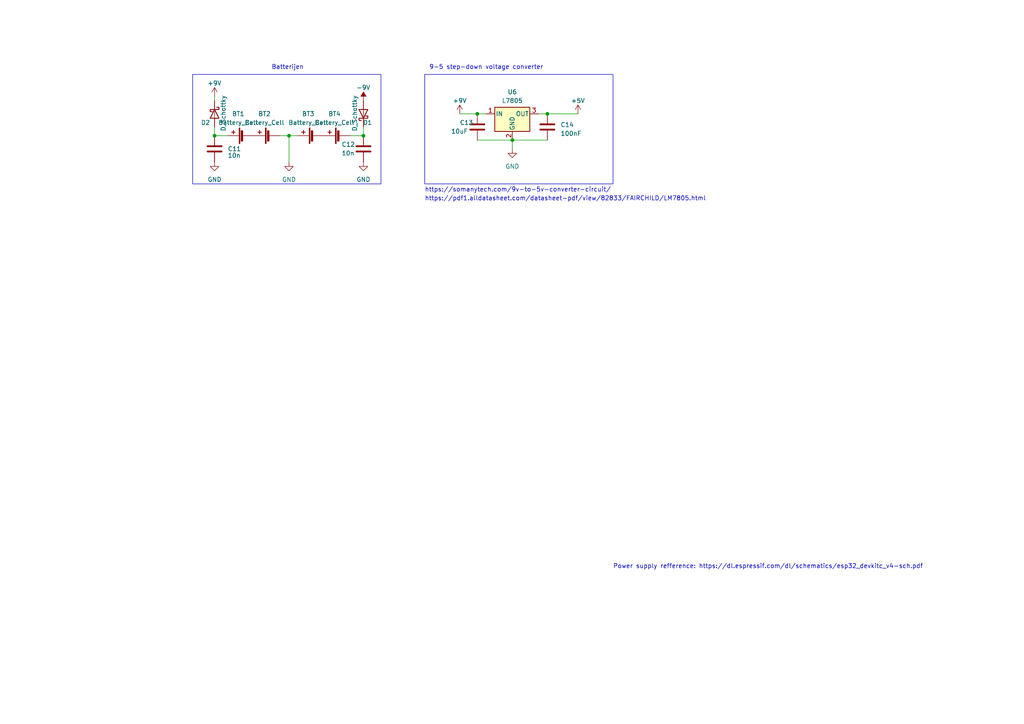
<source format=kicad_sch>
(kicad_sch (version 20230121) (generator eeschema)

  (uuid f52c18c8-a3da-4833-8a79-ed6d53b4b384)

  (paper "A4")

  (lib_symbols
    (symbol "Device:Battery_Cell" (pin_numbers hide) (pin_names (offset 0) hide) (in_bom yes) (on_board yes)
      (property "Reference" "BT" (at 2.54 2.54 0)
        (effects (font (size 1.27 1.27)) (justify left))
      )
      (property "Value" "Battery_Cell" (at 2.54 0 0)
        (effects (font (size 1.27 1.27)) (justify left))
      )
      (property "Footprint" "" (at 0 1.524 90)
        (effects (font (size 1.27 1.27)) hide)
      )
      (property "Datasheet" "~" (at 0 1.524 90)
        (effects (font (size 1.27 1.27)) hide)
      )
      (property "ki_keywords" "battery cell" (at 0 0 0)
        (effects (font (size 1.27 1.27)) hide)
      )
      (property "ki_description" "Single-cell battery" (at 0 0 0)
        (effects (font (size 1.27 1.27)) hide)
      )
      (symbol "Battery_Cell_0_1"
        (rectangle (start -2.286 1.778) (end 2.286 1.524)
          (stroke (width 0) (type default))
          (fill (type outline))
        )
        (rectangle (start -1.5748 1.1938) (end 1.4732 0.6858)
          (stroke (width 0) (type default))
          (fill (type outline))
        )
        (polyline
          (pts
            (xy 0 0.762)
            (xy 0 0)
          )
          (stroke (width 0) (type default))
          (fill (type none))
        )
        (polyline
          (pts
            (xy 0 1.778)
            (xy 0 2.54)
          )
          (stroke (width 0) (type default))
          (fill (type none))
        )
        (polyline
          (pts
            (xy 0.508 3.429)
            (xy 1.524 3.429)
          )
          (stroke (width 0.254) (type default))
          (fill (type none))
        )
        (polyline
          (pts
            (xy 1.016 3.937)
            (xy 1.016 2.921)
          )
          (stroke (width 0.254) (type default))
          (fill (type none))
        )
      )
      (symbol "Battery_Cell_1_1"
        (pin passive line (at 0 5.08 270) (length 2.54)
          (name "+" (effects (font (size 1.27 1.27))))
          (number "1" (effects (font (size 1.27 1.27))))
        )
        (pin passive line (at 0 -2.54 90) (length 2.54)
          (name "-" (effects (font (size 1.27 1.27))))
          (number "2" (effects (font (size 1.27 1.27))))
        )
      )
    )
    (symbol "Device:C" (pin_numbers hide) (pin_names (offset 0.254)) (in_bom yes) (on_board yes)
      (property "Reference" "C" (at 0.635 2.54 0)
        (effects (font (size 1.27 1.27)) (justify left))
      )
      (property "Value" "C" (at 0.635 -2.54 0)
        (effects (font (size 1.27 1.27)) (justify left))
      )
      (property "Footprint" "" (at 0.9652 -3.81 0)
        (effects (font (size 1.27 1.27)) hide)
      )
      (property "Datasheet" "~" (at 0 0 0)
        (effects (font (size 1.27 1.27)) hide)
      )
      (property "ki_keywords" "cap capacitor" (at 0 0 0)
        (effects (font (size 1.27 1.27)) hide)
      )
      (property "ki_description" "Unpolarized capacitor" (at 0 0 0)
        (effects (font (size 1.27 1.27)) hide)
      )
      (property "ki_fp_filters" "C_*" (at 0 0 0)
        (effects (font (size 1.27 1.27)) hide)
      )
      (symbol "C_0_1"
        (polyline
          (pts
            (xy -2.032 -0.762)
            (xy 2.032 -0.762)
          )
          (stroke (width 0.508) (type default))
          (fill (type none))
        )
        (polyline
          (pts
            (xy -2.032 0.762)
            (xy 2.032 0.762)
          )
          (stroke (width 0.508) (type default))
          (fill (type none))
        )
      )
      (symbol "C_1_1"
        (pin passive line (at 0 3.81 270) (length 2.794)
          (name "~" (effects (font (size 1.27 1.27))))
          (number "1" (effects (font (size 1.27 1.27))))
        )
        (pin passive line (at 0 -3.81 90) (length 2.794)
          (name "~" (effects (font (size 1.27 1.27))))
          (number "2" (effects (font (size 1.27 1.27))))
        )
      )
    )
    (symbol "Device:D_Schottky" (pin_numbers hide) (pin_names (offset 1.016) hide) (in_bom yes) (on_board yes)
      (property "Reference" "D" (at 0 2.54 0)
        (effects (font (size 1.27 1.27)))
      )
      (property "Value" "D_Schottky" (at 0 -2.54 0)
        (effects (font (size 1.27 1.27)))
      )
      (property "Footprint" "" (at 0 0 0)
        (effects (font (size 1.27 1.27)) hide)
      )
      (property "Datasheet" "~" (at 0 0 0)
        (effects (font (size 1.27 1.27)) hide)
      )
      (property "ki_keywords" "diode Schottky" (at 0 0 0)
        (effects (font (size 1.27 1.27)) hide)
      )
      (property "ki_description" "Schottky diode" (at 0 0 0)
        (effects (font (size 1.27 1.27)) hide)
      )
      (property "ki_fp_filters" "TO-???* *_Diode_* *SingleDiode* D_*" (at 0 0 0)
        (effects (font (size 1.27 1.27)) hide)
      )
      (symbol "D_Schottky_0_1"
        (polyline
          (pts
            (xy 1.27 0)
            (xy -1.27 0)
          )
          (stroke (width 0) (type default))
          (fill (type none))
        )
        (polyline
          (pts
            (xy 1.27 1.27)
            (xy 1.27 -1.27)
            (xy -1.27 0)
            (xy 1.27 1.27)
          )
          (stroke (width 0.254) (type default))
          (fill (type none))
        )
        (polyline
          (pts
            (xy -1.905 0.635)
            (xy -1.905 1.27)
            (xy -1.27 1.27)
            (xy -1.27 -1.27)
            (xy -0.635 -1.27)
            (xy -0.635 -0.635)
          )
          (stroke (width 0.254) (type default))
          (fill (type none))
        )
      )
      (symbol "D_Schottky_1_1"
        (pin passive line (at -3.81 0 0) (length 2.54)
          (name "K" (effects (font (size 1.27 1.27))))
          (number "1" (effects (font (size 1.27 1.27))))
        )
        (pin passive line (at 3.81 0 180) (length 2.54)
          (name "A" (effects (font (size 1.27 1.27))))
          (number "2" (effects (font (size 1.27 1.27))))
        )
      )
    )
    (symbol "Regulator_Linear:L7805" (pin_names (offset 0.254)) (in_bom yes) (on_board yes)
      (property "Reference" "U" (at -3.81 3.175 0)
        (effects (font (size 1.27 1.27)))
      )
      (property "Value" "L7805" (at 0 3.175 0)
        (effects (font (size 1.27 1.27)) (justify left))
      )
      (property "Footprint" "" (at 0.635 -3.81 0)
        (effects (font (size 1.27 1.27) italic) (justify left) hide)
      )
      (property "Datasheet" "http://www.st.com/content/ccc/resource/technical/document/datasheet/41/4f/b3/b0/12/d4/47/88/CD00000444.pdf/files/CD00000444.pdf/jcr:content/translations/en.CD00000444.pdf" (at 0 -1.27 0)
        (effects (font (size 1.27 1.27)) hide)
      )
      (property "ki_keywords" "Voltage Regulator 1.5A Positive" (at 0 0 0)
        (effects (font (size 1.27 1.27)) hide)
      )
      (property "ki_description" "Positive 1.5A 35V Linear Regulator, Fixed Output 5V, TO-220/TO-263/TO-252" (at 0 0 0)
        (effects (font (size 1.27 1.27)) hide)
      )
      (property "ki_fp_filters" "TO?252* TO?263* TO?220*" (at 0 0 0)
        (effects (font (size 1.27 1.27)) hide)
      )
      (symbol "L7805_0_1"
        (rectangle (start -5.08 1.905) (end 5.08 -5.08)
          (stroke (width 0.254) (type default))
          (fill (type background))
        )
      )
      (symbol "L7805_1_1"
        (pin power_in line (at -7.62 0 0) (length 2.54)
          (name "IN" (effects (font (size 1.27 1.27))))
          (number "1" (effects (font (size 1.27 1.27))))
        )
        (pin power_in line (at 0 -7.62 90) (length 2.54)
          (name "GND" (effects (font (size 1.27 1.27))))
          (number "2" (effects (font (size 1.27 1.27))))
        )
        (pin power_out line (at 7.62 0 180) (length 2.54)
          (name "OUT" (effects (font (size 1.27 1.27))))
          (number "3" (effects (font (size 1.27 1.27))))
        )
      )
    )
    (symbol "power:+5V" (power) (pin_names (offset 0)) (in_bom yes) (on_board yes)
      (property "Reference" "#PWR" (at 0 -3.81 0)
        (effects (font (size 1.27 1.27)) hide)
      )
      (property "Value" "+5V" (at 0 3.556 0)
        (effects (font (size 1.27 1.27)))
      )
      (property "Footprint" "" (at 0 0 0)
        (effects (font (size 1.27 1.27)) hide)
      )
      (property "Datasheet" "" (at 0 0 0)
        (effects (font (size 1.27 1.27)) hide)
      )
      (property "ki_keywords" "global power" (at 0 0 0)
        (effects (font (size 1.27 1.27)) hide)
      )
      (property "ki_description" "Power symbol creates a global label with name \"+5V\"" (at 0 0 0)
        (effects (font (size 1.27 1.27)) hide)
      )
      (symbol "+5V_0_1"
        (polyline
          (pts
            (xy -0.762 1.27)
            (xy 0 2.54)
          )
          (stroke (width 0) (type default))
          (fill (type none))
        )
        (polyline
          (pts
            (xy 0 0)
            (xy 0 2.54)
          )
          (stroke (width 0) (type default))
          (fill (type none))
        )
        (polyline
          (pts
            (xy 0 2.54)
            (xy 0.762 1.27)
          )
          (stroke (width 0) (type default))
          (fill (type none))
        )
      )
      (symbol "+5V_1_1"
        (pin power_in line (at 0 0 90) (length 0) hide
          (name "+5V" (effects (font (size 1.27 1.27))))
          (number "1" (effects (font (size 1.27 1.27))))
        )
      )
    )
    (symbol "power:+9V" (power) (pin_names (offset 0)) (in_bom yes) (on_board yes)
      (property "Reference" "#PWR" (at 0 -3.81 0)
        (effects (font (size 1.27 1.27)) hide)
      )
      (property "Value" "+9V" (at 0 3.556 0)
        (effects (font (size 1.27 1.27)))
      )
      (property "Footprint" "" (at 0 0 0)
        (effects (font (size 1.27 1.27)) hide)
      )
      (property "Datasheet" "" (at 0 0 0)
        (effects (font (size 1.27 1.27)) hide)
      )
      (property "ki_keywords" "global power" (at 0 0 0)
        (effects (font (size 1.27 1.27)) hide)
      )
      (property "ki_description" "Power symbol creates a global label with name \"+9V\"" (at 0 0 0)
        (effects (font (size 1.27 1.27)) hide)
      )
      (symbol "+9V_0_1"
        (polyline
          (pts
            (xy -0.762 1.27)
            (xy 0 2.54)
          )
          (stroke (width 0) (type default))
          (fill (type none))
        )
        (polyline
          (pts
            (xy 0 0)
            (xy 0 2.54)
          )
          (stroke (width 0) (type default))
          (fill (type none))
        )
        (polyline
          (pts
            (xy 0 2.54)
            (xy 0.762 1.27)
          )
          (stroke (width 0) (type default))
          (fill (type none))
        )
      )
      (symbol "+9V_1_1"
        (pin power_in line (at 0 0 90) (length 0) hide
          (name "+9V" (effects (font (size 1.27 1.27))))
          (number "1" (effects (font (size 1.27 1.27))))
        )
      )
    )
    (symbol "power:-9V" (power) (pin_names (offset 0)) (in_bom yes) (on_board yes)
      (property "Reference" "#PWR" (at 0 -3.175 0)
        (effects (font (size 1.27 1.27)) hide)
      )
      (property "Value" "-9V" (at 0 3.81 0)
        (effects (font (size 1.27 1.27)))
      )
      (property "Footprint" "" (at 0 0 0)
        (effects (font (size 1.27 1.27)) hide)
      )
      (property "Datasheet" "" (at 0 0 0)
        (effects (font (size 1.27 1.27)) hide)
      )
      (property "ki_keywords" "global power" (at 0 0 0)
        (effects (font (size 1.27 1.27)) hide)
      )
      (property "ki_description" "Power symbol creates a global label with name \"-9V\"" (at 0 0 0)
        (effects (font (size 1.27 1.27)) hide)
      )
      (symbol "-9V_0_1"
        (polyline
          (pts
            (xy 0 0)
            (xy 0 2.54)
          )
          (stroke (width 0) (type default))
          (fill (type none))
        )
        (polyline
          (pts
            (xy 0.762 1.27)
            (xy -0.762 1.27)
            (xy 0 2.54)
            (xy 0.762 1.27)
          )
          (stroke (width 0) (type default))
          (fill (type outline))
        )
      )
      (symbol "-9V_1_1"
        (pin power_in line (at 0 0 90) (length 0) hide
          (name "-9V" (effects (font (size 1.27 1.27))))
          (number "1" (effects (font (size 1.27 1.27))))
        )
      )
    )
    (symbol "power:GND" (power) (pin_names (offset 0)) (in_bom yes) (on_board yes)
      (property "Reference" "#PWR" (at 0 -6.35 0)
        (effects (font (size 1.27 1.27)) hide)
      )
      (property "Value" "GND" (at 0 -3.81 0)
        (effects (font (size 1.27 1.27)))
      )
      (property "Footprint" "" (at 0 0 0)
        (effects (font (size 1.27 1.27)) hide)
      )
      (property "Datasheet" "" (at 0 0 0)
        (effects (font (size 1.27 1.27)) hide)
      )
      (property "ki_keywords" "global power" (at 0 0 0)
        (effects (font (size 1.27 1.27)) hide)
      )
      (property "ki_description" "Power symbol creates a global label with name \"GND\" , ground" (at 0 0 0)
        (effects (font (size 1.27 1.27)) hide)
      )
      (symbol "GND_0_1"
        (polyline
          (pts
            (xy 0 0)
            (xy 0 -1.27)
            (xy 1.27 -1.27)
            (xy 0 -2.54)
            (xy -1.27 -1.27)
            (xy 0 -1.27)
          )
          (stroke (width 0) (type default))
          (fill (type none))
        )
      )
      (symbol "GND_1_1"
        (pin power_in line (at 0 0 270) (length 0) hide
          (name "GND" (effects (font (size 1.27 1.27))))
          (number "1" (effects (font (size 1.27 1.27))))
        )
      )
    )
  )

  (junction (at 83.82 39.37) (diameter 0) (color 0 0 0 0)
    (uuid 0bb58f5f-db06-441e-b477-d94c1e32f8a0)
  )
  (junction (at 62.23 39.37) (diameter 0) (color 0 0 0 0)
    (uuid 1692e37a-92aa-4504-abb6-fe662e102f24)
  )
  (junction (at 105.41 39.37) (diameter 0) (color 0 0 0 0)
    (uuid 55f78bb3-f780-414f-a326-c00bb0a875fd)
  )
  (junction (at 148.59 40.64) (diameter 0) (color 0 0 0 0)
    (uuid 9b63343a-ec9a-4be8-98fe-8e0920909091)
  )
  (junction (at 138.43 33.02) (diameter 0) (color 0 0 0 0)
    (uuid b4daf82b-f1a0-46f2-9aa4-cff937498017)
  )
  (junction (at 158.75 33.02) (diameter 0) (color 0 0 0 0)
    (uuid e5d05358-3d3b-4320-93b1-956e3a25d973)
  )

  (wire (pts (xy 133.35 33.02) (xy 138.43 33.02))
    (stroke (width 0) (type default))
    (uuid 2137d944-5f48-48c0-a0df-db730db261fd)
  )
  (wire (pts (xy 138.43 33.02) (xy 140.97 33.02))
    (stroke (width 0) (type default))
    (uuid 22467605-5de6-423c-bf44-1f1c58f691a4)
  )
  (wire (pts (xy 105.41 39.37) (xy 105.41 36.83))
    (stroke (width 0) (type default))
    (uuid 302174ab-ba25-4266-8e70-2b2ea5bfc853)
  )
  (wire (pts (xy 156.21 33.02) (xy 158.75 33.02))
    (stroke (width 0) (type default))
    (uuid 3c31b49e-630d-44c6-99cc-3a87c23b2e1b)
  )
  (wire (pts (xy 148.59 43.18) (xy 148.59 40.64))
    (stroke (width 0) (type default))
    (uuid 3d439b2b-e370-4ed3-9f9c-b36a7a936a55)
  )
  (wire (pts (xy 101.6 39.37) (xy 105.41 39.37))
    (stroke (width 0) (type default))
    (uuid 462027d7-1368-4ee1-a6b5-d9a3b39bc61c)
  )
  (wire (pts (xy 138.43 40.64) (xy 148.59 40.64))
    (stroke (width 0) (type default))
    (uuid 5d4930d9-17a5-4f5d-85bc-fb8c8cd6d103)
  )
  (wire (pts (xy 158.75 40.64) (xy 148.59 40.64))
    (stroke (width 0) (type default))
    (uuid 7aaadb3e-7aa3-4877-b615-9e5f25247076)
  )
  (wire (pts (xy 83.82 39.37) (xy 86.36 39.37))
    (stroke (width 0) (type default))
    (uuid 8bf9b77f-d904-4bc7-a470-f336181ef679)
  )
  (wire (pts (xy 81.28 39.37) (xy 83.82 39.37))
    (stroke (width 0) (type default))
    (uuid 8ec8c748-de45-47ed-8cad-14dac3bb8c9c)
  )
  (wire (pts (xy 66.04 39.37) (xy 62.23 39.37))
    (stroke (width 0) (type default))
    (uuid 8f7ea78f-42a4-4208-8594-389941dbf264)
  )
  (wire (pts (xy 62.23 36.83) (xy 62.23 39.37))
    (stroke (width 0) (type default))
    (uuid a11e29d3-78c1-494e-a9a4-7e3026ca1ec5)
  )
  (wire (pts (xy 83.82 39.37) (xy 83.82 46.99))
    (stroke (width 0) (type default))
    (uuid b8b5e0cf-dc25-4a51-ac15-86d8bbeafae5)
  )
  (wire (pts (xy 158.75 33.02) (xy 167.64 33.02))
    (stroke (width 0) (type default))
    (uuid bd728881-12bb-4fee-b0ad-b9ceb5127754)
  )
  (wire (pts (xy 62.23 27.94) (xy 62.23 29.21))
    (stroke (width 0) (type default))
    (uuid cbc1b1d2-3cd6-4be4-b8bc-dcd0962ae504)
  )

  (rectangle (start 55.88 21.59) (end 110.49 53.34)
    (stroke (width 0) (type default))
    (fill (type none))
    (uuid 72d2d52c-33cf-4aed-94c7-943c2498a183)
  )
  (rectangle (start 123.19 21.59) (end 177.8 53.34)
    (stroke (width 0) (type default))
    (fill (type none))
    (uuid ef371da0-f6cc-4b33-86f3-c48443623701)
  )

  (text "Batterijen" (at 78.74 20.32 0)
    (effects (font (size 1.27 1.27)) (justify left bottom))
    (uuid 0f9b2931-9693-4a1b-a68b-b6989e54664e)
  )
  (text "https://somanytech.com/9v-to-5v-converter-circuit/"
    (at 123.19 55.88 0)
    (effects (font (size 1.27 1.27)) (justify left bottom))
    (uuid 4f1b4c16-493f-4a9e-ac88-824bc47bbc5c)
  )
  (text "https://pdf1.alldatasheet.com/datasheet-pdf/view/82833/FAIRCHILD/LM7805.html"
    (at 123.19 58.42 0)
    (effects (font (size 1.27 1.27)) (justify left bottom))
    (uuid 8bb8713f-4107-4826-a878-45e49ff6b96a)
  )
  (text "Power supply refference: https://dl.espressif.com/dl/schematics/esp32_devkitc_v4-sch.pdf"
    (at 177.8 165.1 0)
    (effects (font (size 1.27 1.27)) (justify left bottom))
    (uuid a731a853-60f8-4132-87fb-061a2057383b)
  )
  (text "9-5 step-down voltage converter" (at 124.46 20.32 0)
    (effects (font (size 1.27 1.27)) (justify left bottom))
    (uuid dc62cbbb-13af-4f42-8aa5-9a8b46ecd56f)
  )

  (symbol (lib_id "Device:Battery_Cell") (at 99.06 39.37 90) (unit 1)
    (in_bom yes) (on_board yes) (dnp no) (fields_autoplaced)
    (uuid 0256497a-8e72-4584-bd49-48596ad6e108)
    (property "Reference" "BT4" (at 97.028 33.02 90)
      (effects (font (size 1.27 1.27)))
    )
    (property "Value" "Battery_Cell" (at 97.028 35.56 90)
      (effects (font (size 1.27 1.27)))
    )
    (property "Footprint" "Connector_PinHeader_1.00mm:PinHeader_1x02_P1.00mm_Horizontal" (at 97.536 39.37 90)
      (effects (font (size 1.27 1.27)) hide)
    )
    (property "Datasheet" "~" (at 97.536 39.37 90)
      (effects (font (size 1.27 1.27)) hide)
    )
    (pin "1" (uuid 2684fa7e-b32e-4777-9bf8-addad8433232))
    (pin "2" (uuid 49d08f0d-307a-4e97-87a8-df53af2cdcde))
    (instances
      (project "Quest_EMG"
        (path "/67748ae8-7ff0-411f-94ce-ac7b136b3c1f/0a899d02-9d44-4522-afff-43c5ed475e25"
          (reference "BT4") (unit 1)
        )
      )
    )
  )

  (symbol (lib_id "Device:C") (at 105.41 43.18 0) (unit 1)
    (in_bom yes) (on_board yes) (dnp no)
    (uuid 20c33ef0-5d7b-415c-915e-527206f0ebec)
    (property "Reference" "C12" (at 99.06 41.91 0)
      (effects (font (size 1.27 1.27)) (justify left))
    )
    (property "Value" "10n" (at 99.06 44.45 0)
      (effects (font (size 1.27 1.27)) (justify left))
    )
    (property "Footprint" "Capacitor_SMD:C_0402_1005Metric" (at 106.3752 46.99 0)
      (effects (font (size 1.27 1.27)) hide)
    )
    (property "Datasheet" "~" (at 105.41 43.18 0)
      (effects (font (size 1.27 1.27)) hide)
    )
    (pin "1" (uuid eb264625-7228-47a8-b023-7b63bc351a5c))
    (pin "2" (uuid 633a090a-5c99-43d1-af22-5d25f79f0c56))
    (instances
      (project "Quest_EMG_V2"
        (path "/0a1c0da6-b5f4-4811-bab6-325eaaab9ba6/0f577c21-142d-44e8-861e-c38aa183a135"
          (reference "C12") (unit 1)
        )
      )
      (project "Quest_EMG"
        (path "/67748ae8-7ff0-411f-94ce-ac7b136b3c1f"
          (reference "C1") (unit 1)
        )
        (path "/67748ae8-7ff0-411f-94ce-ac7b136b3c1f/0a899d02-9d44-4522-afff-43c5ed475e25"
          (reference "C12") (unit 1)
        )
      )
      (project "HARDIMPL"
        (path "/acefa769-b849-43b8-9ddb-a217494d9f73"
          (reference "C1") (unit 1)
        )
      )
    )
  )

  (symbol (lib_id "power:GND") (at 148.59 43.18 0) (unit 1)
    (in_bom yes) (on_board yes) (dnp no) (fields_autoplaced)
    (uuid 27c696c4-497e-46ee-8108-c047b8f51d67)
    (property "Reference" "#PWR030" (at 148.59 49.53 0)
      (effects (font (size 1.27 1.27)) hide)
    )
    (property "Value" "GND" (at 148.59 48.26 0)
      (effects (font (size 1.27 1.27)))
    )
    (property "Footprint" "" (at 148.59 43.18 0)
      (effects (font (size 1.27 1.27)) hide)
    )
    (property "Datasheet" "" (at 148.59 43.18 0)
      (effects (font (size 1.27 1.27)) hide)
    )
    (pin "1" (uuid 8b57b5c9-45dc-4891-ae94-9200b9d85244))
    (instances
      (project "Quest_EMG_V2"
        (path "/0a1c0da6-b5f4-4811-bab6-325eaaab9ba6/0f577c21-142d-44e8-861e-c38aa183a135"
          (reference "#PWR030") (unit 1)
        )
      )
      (project "Quest_EMG"
        (path "/67748ae8-7ff0-411f-94ce-ac7b136b3c1f/0a899d02-9d44-4522-afff-43c5ed475e25"
          (reference "#PWR041") (unit 1)
        )
      )
    )
  )

  (symbol (lib_id "Device:C") (at 158.75 36.83 0) (unit 1)
    (in_bom yes) (on_board yes) (dnp no) (fields_autoplaced)
    (uuid 39cc322d-6f02-4236-9e7f-975a2ebeddfb)
    (property "Reference" "C14" (at 162.56 36.195 0)
      (effects (font (size 1.27 1.27)) (justify left))
    )
    (property "Value" "100nF" (at 162.56 38.735 0)
      (effects (font (size 1.27 1.27)) (justify left))
    )
    (property "Footprint" "Capacitor_SMD:C_0603_1608Metric" (at 159.7152 40.64 0)
      (effects (font (size 1.27 1.27)) hide)
    )
    (property "Datasheet" "~" (at 158.75 36.83 0)
      (effects (font (size 1.27 1.27)) hide)
    )
    (pin "1" (uuid 01257b0f-0f23-40d8-880e-458eea8ca2b8))
    (pin "2" (uuid 13833707-d765-487b-ac7f-c7aa8dfe3a83))
    (instances
      (project "Quest_EMG"
        (path "/67748ae8-7ff0-411f-94ce-ac7b136b3c1f/0a899d02-9d44-4522-afff-43c5ed475e25"
          (reference "C14") (unit 1)
        )
      )
    )
  )

  (symbol (lib_id "Device:D_Schottky") (at 62.23 33.02 270) (unit 1)
    (in_bom yes) (on_board yes) (dnp no)
    (uuid 3b4677a4-3dcb-430d-9820-2d43e47d557f)
    (property "Reference" "D2" (at 60.96 35.56 90)
      (effects (font (size 1.27 1.27)) (justify right))
    )
    (property "Value" "D_Schottky" (at 64.77 38.1 0)
      (effects (font (size 1.27 1.27)) (justify right))
    )
    (property "Footprint" "Diode_SMD:D_SOD-323" (at 62.23 33.02 0)
      (effects (font (size 1.27 1.27)) hide)
    )
    (property "Datasheet" "~" (at 62.23 33.02 0)
      (effects (font (size 1.27 1.27)) hide)
    )
    (pin "1" (uuid a2f3a897-bdea-4505-b8be-2f828f61fe75))
    (pin "2" (uuid 9e6fb730-ff35-4a3b-8215-157cd61db3f7))
    (instances
      (project "Quest_EMG_V2"
        (path "/0a1c0da6-b5f4-4811-bab6-325eaaab9ba6/0f577c21-142d-44e8-861e-c38aa183a135"
          (reference "D2") (unit 1)
        )
      )
      (project "Quest_EMG"
        (path "/67748ae8-7ff0-411f-94ce-ac7b136b3c1f"
          (reference "D1") (unit 1)
        )
        (path "/67748ae8-7ff0-411f-94ce-ac7b136b3c1f/0a899d02-9d44-4522-afff-43c5ed475e25"
          (reference "D1") (unit 1)
        )
      )
      (project "HARDIMPL"
        (path "/acefa769-b849-43b8-9ddb-a217494d9f73"
          (reference "D1") (unit 1)
        )
      )
    )
  )

  (symbol (lib_id "Device:Battery_Cell") (at 91.44 39.37 90) (unit 1)
    (in_bom yes) (on_board yes) (dnp no) (fields_autoplaced)
    (uuid 40b5e5ff-6376-46a5-b530-4a748683d37a)
    (property "Reference" "BT3" (at 89.408 33.02 90)
      (effects (font (size 1.27 1.27)))
    )
    (property "Value" "Battery_Cell" (at 89.408 35.56 90)
      (effects (font (size 1.27 1.27)))
    )
    (property "Footprint" "Connector_PinHeader_1.00mm:PinHeader_1x02_P1.00mm_Horizontal" (at 89.916 39.37 90)
      (effects (font (size 1.27 1.27)) hide)
    )
    (property "Datasheet" "~" (at 89.916 39.37 90)
      (effects (font (size 1.27 1.27)) hide)
    )
    (pin "1" (uuid 81a00770-f1b7-44e5-bf3c-beeb0320ea84))
    (pin "2" (uuid 838dbcea-933b-4f6f-9e7f-97cd89d8d643))
    (instances
      (project "Quest_EMG"
        (path "/67748ae8-7ff0-411f-94ce-ac7b136b3c1f/0a899d02-9d44-4522-afff-43c5ed475e25"
          (reference "BT3") (unit 1)
        )
      )
    )
  )

  (symbol (lib_id "Device:Battery_Cell") (at 78.74 39.37 90) (unit 1)
    (in_bom yes) (on_board yes) (dnp no) (fields_autoplaced)
    (uuid 4f191a4b-48f9-46ce-aeb9-9ec79286b195)
    (property "Reference" "BT2" (at 76.708 33.02 90)
      (effects (font (size 1.27 1.27)))
    )
    (property "Value" "Battery_Cell" (at 76.708 35.56 90)
      (effects (font (size 1.27 1.27)))
    )
    (property "Footprint" "Connector_PinHeader_1.00mm:PinHeader_1x02_P1.00mm_Horizontal" (at 77.216 39.37 90)
      (effects (font (size 1.27 1.27)) hide)
    )
    (property "Datasheet" "~" (at 77.216 39.37 90)
      (effects (font (size 1.27 1.27)) hide)
    )
    (pin "1" (uuid ccb4d098-ab8c-4193-9197-98c8806819e4))
    (pin "2" (uuid b9155f8e-b917-4ec1-9309-00f4cce68291))
    (instances
      (project "Quest_EMG"
        (path "/67748ae8-7ff0-411f-94ce-ac7b136b3c1f/0a899d02-9d44-4522-afff-43c5ed475e25"
          (reference "BT2") (unit 1)
        )
      )
    )
  )

  (symbol (lib_id "power:+5V") (at 167.64 33.02 0) (unit 1)
    (in_bom yes) (on_board yes) (dnp no) (fields_autoplaced)
    (uuid 5f2c2804-5968-4256-8aba-4572b83c13c2)
    (property "Reference" "#PWR042" (at 167.64 36.83 0)
      (effects (font (size 1.27 1.27)) hide)
    )
    (property "Value" "+5V" (at 167.64 29.21 0)
      (effects (font (size 1.27 1.27)))
    )
    (property "Footprint" "" (at 167.64 33.02 0)
      (effects (font (size 1.27 1.27)) hide)
    )
    (property "Datasheet" "" (at 167.64 33.02 0)
      (effects (font (size 1.27 1.27)) hide)
    )
    (pin "1" (uuid f1834a10-49fe-4801-948c-52b6b67a3329))
    (instances
      (project "Quest_EMG_V2"
        (path "/0a1c0da6-b5f4-4811-bab6-325eaaab9ba6/0f577c21-142d-44e8-861e-c38aa183a135"
          (reference "#PWR042") (unit 1)
        )
      )
      (project "Quest_EMG"
        (path "/67748ae8-7ff0-411f-94ce-ac7b136b3c1f/0a899d02-9d44-4522-afff-43c5ed475e25"
          (reference "#PWR042") (unit 1)
        )
      )
    )
  )

  (symbol (lib_id "power:GND") (at 105.41 46.99 0) (unit 1)
    (in_bom yes) (on_board yes) (dnp no) (fields_autoplaced)
    (uuid 62fe2191-6d1b-4fb4-80fc-468aaf81658a)
    (property "Reference" "#PWR028" (at 105.41 53.34 0)
      (effects (font (size 1.27 1.27)) hide)
    )
    (property "Value" "GND" (at 105.41 52.07 0)
      (effects (font (size 1.27 1.27)))
    )
    (property "Footprint" "" (at 105.41 46.99 0)
      (effects (font (size 1.27 1.27)) hide)
    )
    (property "Datasheet" "" (at 105.41 46.99 0)
      (effects (font (size 1.27 1.27)) hide)
    )
    (pin "1" (uuid 70ad8150-6c97-4bdf-9555-0871b427bf04))
    (instances
      (project "Quest_EMG_V2"
        (path "/0a1c0da6-b5f4-4811-bab6-325eaaab9ba6/0f577c21-142d-44e8-861e-c38aa183a135"
          (reference "#PWR028") (unit 1)
        )
      )
      (project "Quest_EMG"
        (path "/67748ae8-7ff0-411f-94ce-ac7b136b3c1f"
          (reference "#PWR02") (unit 1)
        )
        (path "/67748ae8-7ff0-411f-94ce-ac7b136b3c1f/0a899d02-9d44-4522-afff-43c5ed475e25"
          (reference "#PWR039") (unit 1)
        )
      )
      (project "HARDIMPL"
        (path "/acefa769-b849-43b8-9ddb-a217494d9f73"
          (reference "#PWR02") (unit 1)
        )
      )
    )
  )

  (symbol (lib_id "Device:C") (at 138.43 36.83 0) (unit 1)
    (in_bom yes) (on_board yes) (dnp no)
    (uuid 6911be63-1d78-4d68-94d8-b9d65dc173f5)
    (property "Reference" "C13" (at 133.35 35.56 0)
      (effects (font (size 1.27 1.27)) (justify left))
    )
    (property "Value" "10uF" (at 130.81 38.1 0)
      (effects (font (size 1.27 1.27)) (justify left))
    )
    (property "Footprint" "Capacitor_SMD:C_0402_1005Metric" (at 139.3952 40.64 0)
      (effects (font (size 1.27 1.27)) hide)
    )
    (property "Datasheet" "~" (at 138.43 36.83 0)
      (effects (font (size 1.27 1.27)) hide)
    )
    (pin "1" (uuid ede639c5-4412-4296-aee0-41788384e692))
    (pin "2" (uuid 83893065-6fcf-4238-9ef3-54fe23da4732))
    (instances
      (project "Quest_EMG"
        (path "/67748ae8-7ff0-411f-94ce-ac7b136b3c1f/0a899d02-9d44-4522-afff-43c5ed475e25"
          (reference "C13") (unit 1)
        )
      )
    )
  )

  (symbol (lib_id "Device:D_Schottky") (at 105.41 33.02 90) (unit 1)
    (in_bom yes) (on_board yes) (dnp no)
    (uuid 6dac2102-4293-4782-bcca-652baaf81e35)
    (property "Reference" "D1" (at 107.95 35.56 90)
      (effects (font (size 1.27 1.27)) (justify left))
    )
    (property "Value" "D_Schottky" (at 102.87 38.1 0)
      (effects (font (size 1.27 1.27)) (justify left))
    )
    (property "Footprint" "Diode_SMD:D_SOD-323" (at 105.41 33.02 0)
      (effects (font (size 1.27 1.27)) hide)
    )
    (property "Datasheet" "~" (at 105.41 33.02 0)
      (effects (font (size 1.27 1.27)) hide)
    )
    (pin "1" (uuid b3e8e9f3-b60f-4b22-882a-d213554e7b37))
    (pin "2" (uuid b9209b14-0789-4f6b-980f-c16ccdb6befe))
    (instances
      (project "Quest_EMG_V2"
        (path "/0a1c0da6-b5f4-4811-bab6-325eaaab9ba6/0f577c21-142d-44e8-861e-c38aa183a135"
          (reference "D1") (unit 1)
        )
      )
      (project "Quest_EMG"
        (path "/67748ae8-7ff0-411f-94ce-ac7b136b3c1f"
          (reference "D2") (unit 1)
        )
        (path "/67748ae8-7ff0-411f-94ce-ac7b136b3c1f/0a899d02-9d44-4522-afff-43c5ed475e25"
          (reference "D2") (unit 1)
        )
      )
      (project "HARDIMPL"
        (path "/acefa769-b849-43b8-9ddb-a217494d9f73"
          (reference "D2") (unit 1)
        )
      )
    )
  )

  (symbol (lib_id "Device:Battery_Cell") (at 71.12 39.37 90) (unit 1)
    (in_bom yes) (on_board yes) (dnp no) (fields_autoplaced)
    (uuid 736f5ef0-bab7-48e5-90e1-33043aeb73d7)
    (property "Reference" "BT1" (at 69.088 33.02 90)
      (effects (font (size 1.27 1.27)))
    )
    (property "Value" "Battery_Cell" (at 69.088 35.56 90)
      (effects (font (size 1.27 1.27)))
    )
    (property "Footprint" "Connector_PinHeader_1.00mm:PinHeader_1x02_P1.00mm_Horizontal" (at 69.596 39.37 90)
      (effects (font (size 1.27 1.27)) hide)
    )
    (property "Datasheet" "~" (at 69.596 39.37 90)
      (effects (font (size 1.27 1.27)) hide)
    )
    (pin "1" (uuid 819e43b3-e48e-4259-b52e-e702b7331dbd))
    (pin "2" (uuid 2f574fa6-9bfd-4759-8fc8-f334a8599264))
    (instances
      (project "Quest_EMG"
        (path "/67748ae8-7ff0-411f-94ce-ac7b136b3c1f/0a899d02-9d44-4522-afff-43c5ed475e25"
          (reference "BT1") (unit 1)
        )
      )
    )
  )

  (symbol (lib_id "power:+9V") (at 62.23 27.94 0) (unit 1)
    (in_bom yes) (on_board yes) (dnp no) (fields_autoplaced)
    (uuid 782a4d48-f943-4f6a-950d-5b1469357abd)
    (property "Reference" "#PWR025" (at 62.23 31.75 0)
      (effects (font (size 1.27 1.27)) hide)
    )
    (property "Value" "+9V" (at 62.23 24.13 0)
      (effects (font (size 1.27 1.27)))
    )
    (property "Footprint" "" (at 62.23 27.94 0)
      (effects (font (size 1.27 1.27)) hide)
    )
    (property "Datasheet" "" (at 62.23 27.94 0)
      (effects (font (size 1.27 1.27)) hide)
    )
    (pin "1" (uuid f3d3db99-de99-4a8b-beec-8cf04365fa7a))
    (instances
      (project "Quest_EMG_V2"
        (path "/0a1c0da6-b5f4-4811-bab6-325eaaab9ba6/0f577c21-142d-44e8-861e-c38aa183a135"
          (reference "#PWR025") (unit 1)
        )
      )
      (project "Quest_EMG"
        (path "/67748ae8-7ff0-411f-94ce-ac7b136b3c1f/0a899d02-9d44-4522-afff-43c5ed475e25"
          (reference "#PWR035") (unit 1)
        )
      )
    )
  )

  (symbol (lib_id "Device:C") (at 62.23 43.18 0) (unit 1)
    (in_bom yes) (on_board yes) (dnp no)
    (uuid 948b105c-c20f-4e6d-813e-b437a4c61878)
    (property "Reference" "C11" (at 66.04 43.18 0)
      (effects (font (size 1.27 1.27)) (justify left))
    )
    (property "Value" "10n" (at 66.04 45.085 0)
      (effects (font (size 1.27 1.27)) (justify left))
    )
    (property "Footprint" "Capacitor_SMD:C_0402_1005Metric" (at 63.1952 46.99 0)
      (effects (font (size 1.27 1.27)) hide)
    )
    (property "Datasheet" "~" (at 62.23 43.18 0)
      (effects (font (size 1.27 1.27)) hide)
    )
    (pin "1" (uuid fd02fcd8-c0fb-49c2-b234-aeb66202f88c))
    (pin "2" (uuid 2d93402d-3661-43d7-9fef-be723cc2e70a))
    (instances
      (project "Quest_EMG_V2"
        (path "/0a1c0da6-b5f4-4811-bab6-325eaaab9ba6/0f577c21-142d-44e8-861e-c38aa183a135"
          (reference "C11") (unit 1)
        )
      )
      (project "Quest_EMG"
        (path "/67748ae8-7ff0-411f-94ce-ac7b136b3c1f"
          (reference "C1") (unit 1)
        )
        (path "/67748ae8-7ff0-411f-94ce-ac7b136b3c1f/0a899d02-9d44-4522-afff-43c5ed475e25"
          (reference "C11") (unit 1)
        )
      )
      (project "HARDIMPL"
        (path "/acefa769-b849-43b8-9ddb-a217494d9f73"
          (reference "C1") (unit 1)
        )
      )
    )
  )

  (symbol (lib_id "power:GND") (at 62.23 46.99 0) (unit 1)
    (in_bom yes) (on_board yes) (dnp no) (fields_autoplaced)
    (uuid 9860a89c-30a8-47bf-b92b-43f1835062e9)
    (property "Reference" "#PWR027" (at 62.23 53.34 0)
      (effects (font (size 1.27 1.27)) hide)
    )
    (property "Value" "GND" (at 62.23 52.07 0)
      (effects (font (size 1.27 1.27)))
    )
    (property "Footprint" "" (at 62.23 46.99 0)
      (effects (font (size 1.27 1.27)) hide)
    )
    (property "Datasheet" "" (at 62.23 46.99 0)
      (effects (font (size 1.27 1.27)) hide)
    )
    (pin "1" (uuid 11b5d9a5-9594-48dc-9174-71a510136911))
    (instances
      (project "Quest_EMG_V2"
        (path "/0a1c0da6-b5f4-4811-bab6-325eaaab9ba6/0f577c21-142d-44e8-861e-c38aa183a135"
          (reference "#PWR027") (unit 1)
        )
      )
      (project "Quest_EMG"
        (path "/67748ae8-7ff0-411f-94ce-ac7b136b3c1f"
          (reference "#PWR02") (unit 1)
        )
        (path "/67748ae8-7ff0-411f-94ce-ac7b136b3c1f/0a899d02-9d44-4522-afff-43c5ed475e25"
          (reference "#PWR036") (unit 1)
        )
      )
      (project "HARDIMPL"
        (path "/acefa769-b849-43b8-9ddb-a217494d9f73"
          (reference "#PWR02") (unit 1)
        )
      )
    )
  )

  (symbol (lib_id "power:-9V") (at 105.41 29.21 0) (unit 1)
    (in_bom yes) (on_board yes) (dnp no) (fields_autoplaced)
    (uuid bae2bae1-8ada-4cf6-9669-cbe23e6409f2)
    (property "Reference" "#PWR026" (at 105.41 32.385 0)
      (effects (font (size 1.27 1.27)) hide)
    )
    (property "Value" "-9V" (at 105.41 25.4 0)
      (effects (font (size 1.27 1.27)))
    )
    (property "Footprint" "" (at 105.41 29.21 0)
      (effects (font (size 1.27 1.27)) hide)
    )
    (property "Datasheet" "" (at 105.41 29.21 0)
      (effects (font (size 1.27 1.27)) hide)
    )
    (pin "1" (uuid d3d1341a-b17f-4d11-b9fb-7b4650d9ea28))
    (instances
      (project "Quest_EMG_V2"
        (path "/0a1c0da6-b5f4-4811-bab6-325eaaab9ba6/0f577c21-142d-44e8-861e-c38aa183a135"
          (reference "#PWR026") (unit 1)
        )
      )
      (project "Quest_EMG"
        (path "/67748ae8-7ff0-411f-94ce-ac7b136b3c1f/0a899d02-9d44-4522-afff-43c5ed475e25"
          (reference "#PWR038") (unit 1)
        )
      )
    )
  )

  (symbol (lib_id "power:+9V") (at 133.35 33.02 0) (unit 1)
    (in_bom yes) (on_board yes) (dnp no) (fields_autoplaced)
    (uuid bc4a10a1-7c7e-4ab4-82d5-5a5971373624)
    (property "Reference" "#PWR029" (at 133.35 36.83 0)
      (effects (font (size 1.27 1.27)) hide)
    )
    (property "Value" "+9V" (at 133.35 29.21 0)
      (effects (font (size 1.27 1.27)))
    )
    (property "Footprint" "" (at 133.35 33.02 0)
      (effects (font (size 1.27 1.27)) hide)
    )
    (property "Datasheet" "" (at 133.35 33.02 0)
      (effects (font (size 1.27 1.27)) hide)
    )
    (pin "1" (uuid 843c4c98-ef00-45d8-9c82-0d2e4dab48d3))
    (instances
      (project "Quest_EMG_V2"
        (path "/0a1c0da6-b5f4-4811-bab6-325eaaab9ba6/0f577c21-142d-44e8-861e-c38aa183a135"
          (reference "#PWR029") (unit 1)
        )
      )
      (project "Quest_EMG"
        (path "/67748ae8-7ff0-411f-94ce-ac7b136b3c1f/0a899d02-9d44-4522-afff-43c5ed475e25"
          (reference "#PWR040") (unit 1)
        )
      )
    )
  )

  (symbol (lib_id "Regulator_Linear:L7805") (at 148.59 33.02 0) (unit 1)
    (in_bom yes) (on_board yes) (dnp no) (fields_autoplaced)
    (uuid cdb9d77d-4d25-49ab-b7e1-95c3fa1e0eeb)
    (property "Reference" "U6" (at 148.59 26.67 0)
      (effects (font (size 1.27 1.27)))
    )
    (property "Value" "L7805" (at 148.59 29.21 0)
      (effects (font (size 1.27 1.27)))
    )
    (property "Footprint" "Package_TO_SOT_THT:TO-220F-3_Horizontal_TabDown" (at 149.225 36.83 0)
      (effects (font (size 1.27 1.27) italic) (justify left) hide)
    )
    (property "Datasheet" "http://www.st.com/content/ccc/resource/technical/document/datasheet/41/4f/b3/b0/12/d4/47/88/CD00000444.pdf/files/CD00000444.pdf/jcr:content/translations/en.CD00000444.pdf" (at 148.59 34.29 0)
      (effects (font (size 1.27 1.27)) hide)
    )
    (pin "1" (uuid 049be814-2262-4b6c-8745-8d5d03411320))
    (pin "2" (uuid 83d8c75e-d510-4b89-a80a-e193caf8c290))
    (pin "3" (uuid 232ec0c3-1421-4e67-a484-b876d9799891))
    (instances
      (project "Quest_EMG"
        (path "/67748ae8-7ff0-411f-94ce-ac7b136b3c1f/0a899d02-9d44-4522-afff-43c5ed475e25"
          (reference "U6") (unit 1)
        )
      )
    )
  )

  (symbol (lib_id "power:GND") (at 83.82 46.99 0) (unit 1)
    (in_bom yes) (on_board yes) (dnp no) (fields_autoplaced)
    (uuid e19bf21c-6dbe-4307-96e0-ac705fba394e)
    (property "Reference" "#PWR024" (at 83.82 53.34 0)
      (effects (font (size 1.27 1.27)) hide)
    )
    (property "Value" "GND" (at 83.82 52.07 0)
      (effects (font (size 1.27 1.27)))
    )
    (property "Footprint" "" (at 83.82 46.99 0)
      (effects (font (size 1.27 1.27)) hide)
    )
    (property "Datasheet" "" (at 83.82 46.99 0)
      (effects (font (size 1.27 1.27)) hide)
    )
    (pin "1" (uuid c1be7858-4aa1-4dbe-8960-138db6fe352e))
    (instances
      (project "Quest_EMG_V2"
        (path "/0a1c0da6-b5f4-4811-bab6-325eaaab9ba6/0f577c21-142d-44e8-861e-c38aa183a135"
          (reference "#PWR024") (unit 1)
        )
      )
      (project "Quest_EMG"
        (path "/67748ae8-7ff0-411f-94ce-ac7b136b3c1f/0a899d02-9d44-4522-afff-43c5ed475e25"
          (reference "#PWR037") (unit 1)
        )
      )
    )
  )
)

</source>
